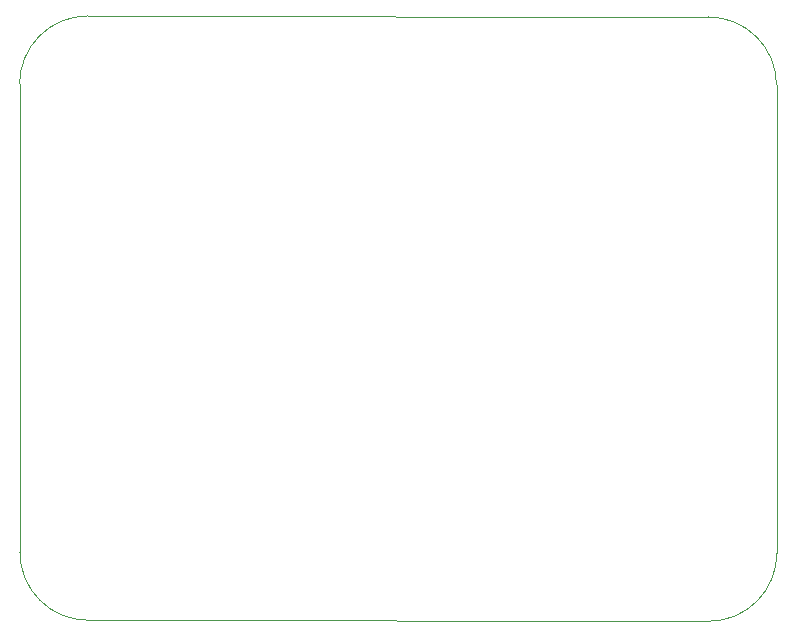
<source format=gbr>
%TF.GenerationSoftware,KiCad,Pcbnew,7.0.2*%
%TF.CreationDate,2023-11-27T13:46:33-03:00*%
%TF.ProjectId,Schematic_monitor,53636865-6d61-4746-9963-5f6d6f6e6974,rev?*%
%TF.SameCoordinates,Original*%
%TF.FileFunction,Profile,NP*%
%FSLAX45Y45*%
G04 Gerber Fmt 4.5, Leading zero omitted, Abs format (unit mm)*
G04 Created by KiCad (PCBNEW 7.0.2) date 2023-11-27 13:46:33*
%MOMM*%
%LPD*%
G01*
G04 APERTURE LIST*
%TA.AperFunction,Profile*%
%ADD10C,0.100000*%
%TD*%
G04 APERTURE END LIST*
D10*
X9094067Y-12498340D02*
X9091407Y-8534703D01*
X15500540Y-8543563D02*
X15503200Y-12507200D01*
X9094064Y-12498340D02*
G75*
G03*
X9670362Y-13074636I576296J0D01*
G01*
X15500533Y-8543563D02*
G75*
G03*
X14924244Y-7967267I-576293J3D01*
G01*
X9667703Y-7958407D02*
G75*
G03*
X9091407Y-8534703I-3J-576293D01*
G01*
X14924244Y-7967267D02*
X9667703Y-7958407D01*
X14926904Y-13083496D02*
G75*
G03*
X15503200Y-12507200I4J576292D01*
G01*
X9670362Y-13074636D02*
X14926904Y-13083496D01*
M02*

</source>
